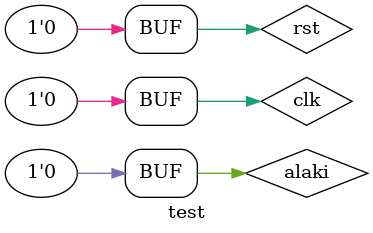
<source format=v>
module test;

	// registers and wires
	reg				clk;
	reg				rst;
	reg				alaki;
	wire	[5:0]	Instruction;
	
	// module under test
	MIPS UUT
	(
		clk,
		rst,
		Instruction
	);
	
	// write a test
	
	initial repeat (200) #(10) clk = ~clk;
	initial repeat (400) #(5) alaki = ~alaki;
	
	initial
	begin
		clk = 0; rst = 0; alaki = 0;
		#(35) rst = 1;
		#(40) rst = 0;
	end
	
endmodule

</source>
